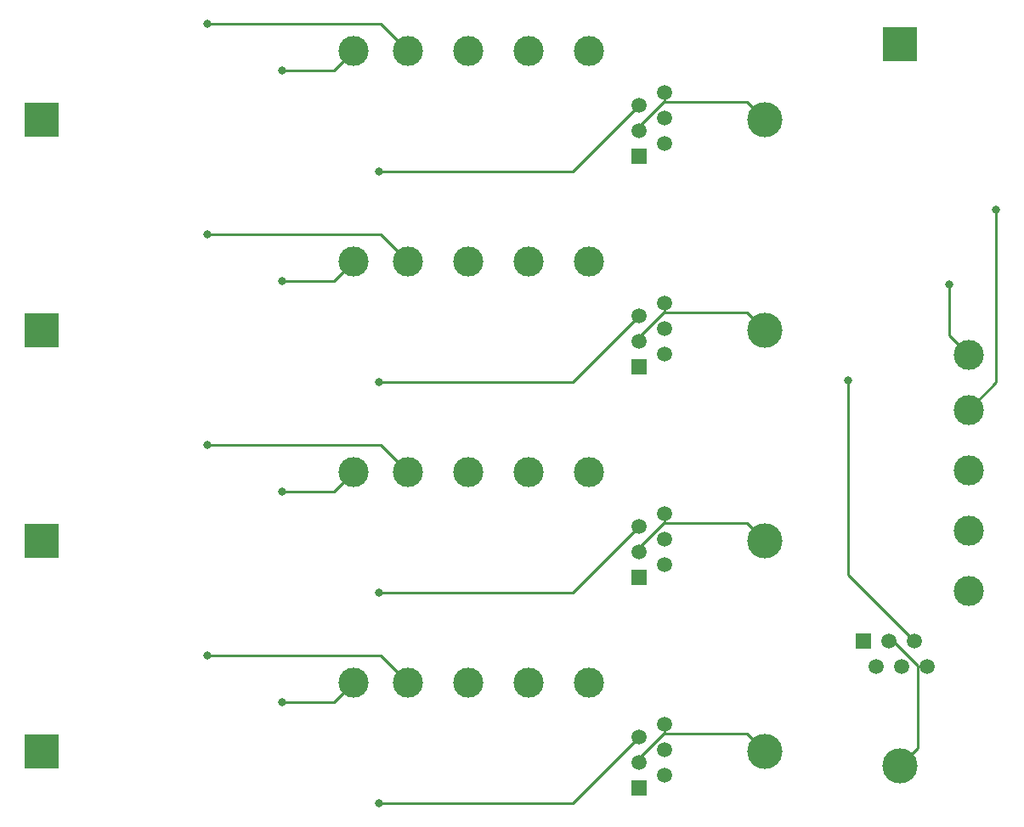
<source format=gbr>
%TF.GenerationSoftware,KiCad,Pcbnew,(5.1.9)-1*%
%TF.CreationDate,2021-04-05T17:54:04+02:00*%
%TF.ProjectId,IM350_AM550_multi,494d3335-305f-4414-9d35-35305f6d756c,rev?*%
%TF.SameCoordinates,Original*%
%TF.FileFunction,Copper,L2,Bot*%
%TF.FilePolarity,Positive*%
%FSLAX46Y46*%
G04 Gerber Fmt 4.6, Leading zero omitted, Abs format (unit mm)*
G04 Created by KiCad (PCBNEW (5.1.9)-1) date 2021-04-05 17:54:04*
%MOMM*%
%LPD*%
G01*
G04 APERTURE LIST*
%TA.AperFunction,ComponentPad*%
%ADD10R,1.520000X1.520000*%
%TD*%
%TA.AperFunction,ComponentPad*%
%ADD11C,1.520000*%
%TD*%
%TA.AperFunction,ComponentPad*%
%ADD12C,3.000000*%
%TD*%
%TA.AperFunction,ComponentPad*%
%ADD13R,3.500000X3.500000*%
%TD*%
%TA.AperFunction,ComponentPad*%
%ADD14C,3.500000*%
%TD*%
%TA.AperFunction,ViaPad*%
%ADD15C,0.800000*%
%TD*%
%TA.AperFunction,Conductor*%
%ADD16C,0.250000*%
%TD*%
G04 APERTURE END LIST*
D10*
%TO.P,J7,1*%
%TO.N,Net-(J7-Pad1)*%
X124800000Y-92500000D03*
D11*
%TO.P,J7,2*%
%TO.N,Net-(J7-Pad2)*%
X126070000Y-95040000D03*
%TO.P,J7,3*%
%TO.N,GND*%
X127340000Y-92500000D03*
%TO.P,J7,4*%
%TO.N,Net-(J7-Pad4)*%
X128610000Y-95040000D03*
%TO.P,J7,5*%
%TO.N,Net-(J7-Pad5)*%
X129880000Y-92500000D03*
%TO.P,J7,6*%
%TO.N,GND*%
X131150000Y-95040000D03*
%TD*%
%TO.P,J7,6*%
%TO.N,GND*%
X105040000Y-100850000D03*
%TO.P,J7,5*%
%TO.N,Net-(J7-Pad5)*%
X102500000Y-102120000D03*
%TO.P,J7,4*%
%TO.N,Net-(J7-Pad4)*%
X105040000Y-103390000D03*
%TO.P,J7,3*%
%TO.N,GND*%
X102500000Y-104660000D03*
%TO.P,J7,2*%
%TO.N,Net-(J7-Pad2)*%
X105040000Y-105930000D03*
D10*
%TO.P,J7,1*%
%TO.N,Net-(J7-Pad1)*%
X102500000Y-107200000D03*
%TD*%
%TO.P,J7,1*%
%TO.N,Net-(J7-Pad1)*%
X102500000Y-86200000D03*
D11*
%TO.P,J7,2*%
%TO.N,Net-(J7-Pad2)*%
X105040000Y-84930000D03*
%TO.P,J7,3*%
%TO.N,GND*%
X102500000Y-83660000D03*
%TO.P,J7,4*%
%TO.N,Net-(J7-Pad4)*%
X105040000Y-82390000D03*
%TO.P,J7,5*%
%TO.N,Net-(J7-Pad5)*%
X102500000Y-81120000D03*
%TO.P,J7,6*%
%TO.N,GND*%
X105040000Y-79850000D03*
%TD*%
%TO.P,J7,6*%
%TO.N,GND*%
X105040000Y-58850000D03*
%TO.P,J7,5*%
%TO.N,Net-(J7-Pad5)*%
X102500000Y-60120000D03*
%TO.P,J7,4*%
%TO.N,Net-(J7-Pad4)*%
X105040000Y-61390000D03*
%TO.P,J7,3*%
%TO.N,GND*%
X102500000Y-62660000D03*
%TO.P,J7,2*%
%TO.N,Net-(J7-Pad2)*%
X105040000Y-63930000D03*
D10*
%TO.P,J7,1*%
%TO.N,Net-(J7-Pad1)*%
X102500000Y-65200000D03*
%TD*%
%TO.P,J7,1*%
%TO.N,Net-(J7-Pad1)*%
X102500000Y-44200000D03*
D11*
%TO.P,J7,2*%
%TO.N,Net-(J7-Pad2)*%
X105040000Y-42930000D03*
%TO.P,J7,3*%
%TO.N,GND*%
X102500000Y-41660000D03*
%TO.P,J7,4*%
%TO.N,Net-(J7-Pad4)*%
X105040000Y-40390000D03*
%TO.P,J7,5*%
%TO.N,Net-(J7-Pad5)*%
X102500000Y-39120000D03*
%TO.P,J7,6*%
%TO.N,GND*%
X105040000Y-37850000D03*
%TD*%
D12*
%TO.P,J1,1*%
%TO.N,+3V3*%
X135300000Y-87500000D03*
%TD*%
%TO.P,J4,1*%
%TO.N,Net-(J4-Pad1)*%
X135300000Y-75500000D03*
%TD*%
%TO.P,J2,1*%
%TO.N,Net-(J2-Pad1)*%
X135300000Y-64000000D03*
%TD*%
%TO.P,J6,1*%
%TO.N,GND*%
X135300000Y-81500000D03*
%TD*%
%TO.P,J3,1*%
%TO.N,/GPIO3*%
X135300000Y-69500000D03*
%TD*%
D13*
%TO.P,BT1,1*%
%TO.N,+3V8*%
X128445000Y-33000000D03*
D14*
%TO.P,BT1,2*%
%TO.N,GND*%
X128445000Y-105000000D03*
%TD*%
D12*
%TO.P,J4,1*%
%TO.N,Net-(J4-Pad1)*%
X85500000Y-96700000D03*
%TD*%
%TO.P,J3,1*%
%TO.N,/GPIO3*%
X79500000Y-96700000D03*
%TD*%
%TO.P,J2,1*%
%TO.N,Net-(J2-Pad1)*%
X74000000Y-96700000D03*
%TD*%
%TO.P,J1,1*%
%TO.N,+3V3*%
X97500000Y-96700000D03*
%TD*%
%TO.P,J6,1*%
%TO.N,GND*%
X91500000Y-96700000D03*
%TD*%
D14*
%TO.P,BT1,2*%
%TO.N,GND*%
X115000000Y-103555000D03*
D13*
%TO.P,BT1,1*%
%TO.N,+3V8*%
X43000000Y-103555000D03*
%TD*%
D12*
%TO.P,J4,1*%
%TO.N,Net-(J4-Pad1)*%
X85500000Y-75700000D03*
%TD*%
%TO.P,J3,1*%
%TO.N,/GPIO3*%
X79500000Y-75700000D03*
%TD*%
%TO.P,J2,1*%
%TO.N,Net-(J2-Pad1)*%
X74000000Y-75700000D03*
%TD*%
%TO.P,J1,1*%
%TO.N,+3V3*%
X97500000Y-75700000D03*
%TD*%
D13*
%TO.P,BT1,1*%
%TO.N,+3V8*%
X43000000Y-82555000D03*
D14*
%TO.P,BT1,2*%
%TO.N,GND*%
X115000000Y-82555000D03*
%TD*%
D12*
%TO.P,J6,1*%
%TO.N,GND*%
X91500000Y-75700000D03*
%TD*%
%TO.P,J6,1*%
%TO.N,GND*%
X91500000Y-54700000D03*
%TD*%
%TO.P,J4,1*%
%TO.N,Net-(J4-Pad1)*%
X85500000Y-54700000D03*
%TD*%
%TO.P,J3,1*%
%TO.N,/GPIO3*%
X79500000Y-54700000D03*
%TD*%
%TO.P,J2,1*%
%TO.N,Net-(J2-Pad1)*%
X74000000Y-54700000D03*
%TD*%
%TO.P,J1,1*%
%TO.N,+3V3*%
X97500000Y-54700000D03*
%TD*%
D14*
%TO.P,BT1,2*%
%TO.N,GND*%
X115000000Y-61555000D03*
D13*
%TO.P,BT1,1*%
%TO.N,+3V8*%
X43000000Y-61555000D03*
%TD*%
%TO.P,BT1,1*%
%TO.N,+3V8*%
X43000000Y-40555000D03*
D14*
%TO.P,BT1,2*%
%TO.N,GND*%
X115000000Y-40555000D03*
%TD*%
D12*
%TO.P,J1,1*%
%TO.N,+3V3*%
X97500000Y-33700000D03*
%TD*%
%TO.P,J2,1*%
%TO.N,Net-(J2-Pad1)*%
X74000000Y-33700000D03*
%TD*%
%TO.P,J3,1*%
%TO.N,/GPIO3*%
X79500000Y-33700000D03*
%TD*%
%TO.P,J4,1*%
%TO.N,Net-(J4-Pad1)*%
X85500000Y-33700000D03*
%TD*%
%TO.P,J6,1*%
%TO.N,GND*%
X91500000Y-33700000D03*
%TD*%
D15*
%TO.N,Net-(J2-Pad1)*%
X66932000Y-35633300D03*
X66932000Y-56633300D03*
X66932000Y-77633300D03*
X66932000Y-98633300D03*
X133366700Y-56932000D03*
%TO.N,/GPIO3*%
X59506900Y-30938500D03*
X59506900Y-51938500D03*
X59506900Y-72938500D03*
X59506900Y-93938500D03*
X138061500Y-49506900D03*
%TO.N,Net-(J7-Pad5)*%
X76570400Y-45700000D03*
X76570400Y-66700000D03*
X76570400Y-87700000D03*
X76570400Y-108700000D03*
X123300000Y-66570400D03*
%TD*%
D16*
%TO.N,GND*%
X105040000Y-38769500D02*
X113214500Y-38769500D01*
X113214500Y-38769500D02*
X115000000Y-40555000D01*
X102500000Y-41660000D02*
X102500000Y-41224100D01*
X102500000Y-41224100D02*
X104954600Y-38769500D01*
X104954600Y-38769500D02*
X105040000Y-38769500D01*
X105040000Y-38769500D02*
X105040000Y-37850000D01*
X113214500Y-59769500D02*
X115000000Y-61555000D01*
X102500000Y-62224100D02*
X104954600Y-59769500D01*
X104954600Y-59769500D02*
X105040000Y-59769500D01*
X105040000Y-59769500D02*
X105040000Y-58850000D01*
X105040000Y-59769500D02*
X113214500Y-59769500D01*
X102500000Y-62660000D02*
X102500000Y-62224100D01*
X102500000Y-83224100D02*
X104954600Y-80769500D01*
X113214500Y-80769500D02*
X115000000Y-82555000D01*
X105040000Y-80769500D02*
X105040000Y-79850000D01*
X105040000Y-80769500D02*
X113214500Y-80769500D01*
X104954600Y-80769500D02*
X105040000Y-80769500D01*
X102500000Y-83660000D02*
X102500000Y-83224100D01*
X104954600Y-101769500D02*
X105040000Y-101769500D01*
X102500000Y-104660000D02*
X102500000Y-104224100D01*
X105040000Y-101769500D02*
X105040000Y-100850000D01*
X105040000Y-101769500D02*
X113214500Y-101769500D01*
X113214500Y-101769500D02*
X115000000Y-103555000D01*
X102500000Y-104224100D02*
X104954600Y-101769500D01*
X130230500Y-95040000D02*
X130230500Y-103214500D01*
X127340000Y-92500000D02*
X127775900Y-92500000D01*
X130230500Y-94954600D02*
X130230500Y-95040000D01*
X130230500Y-95040000D02*
X131150000Y-95040000D01*
X127775900Y-92500000D02*
X130230500Y-94954600D01*
X130230500Y-103214500D02*
X128445000Y-105000000D01*
%TO.N,Net-(J2-Pad1)*%
X66932000Y-35633300D02*
X72066700Y-35633300D01*
X72066700Y-35633300D02*
X74000000Y-33700000D01*
X66932000Y-56633300D02*
X72066700Y-56633300D01*
X72066700Y-56633300D02*
X74000000Y-54700000D01*
X72066700Y-77633300D02*
X74000000Y-75700000D01*
X66932000Y-77633300D02*
X72066700Y-77633300D01*
X72066700Y-98633300D02*
X74000000Y-96700000D01*
X66932000Y-98633300D02*
X72066700Y-98633300D01*
X133366700Y-62066700D02*
X135300000Y-64000000D01*
X133366700Y-56932000D02*
X133366700Y-62066700D01*
%TO.N,/GPIO3*%
X79500000Y-33700000D02*
X76738500Y-30938500D01*
X76738500Y-30938500D02*
X59506900Y-30938500D01*
X76738500Y-51938500D02*
X59506900Y-51938500D01*
X79500000Y-54700000D02*
X76738500Y-51938500D01*
X76738500Y-72938500D02*
X59506900Y-72938500D01*
X79500000Y-75700000D02*
X76738500Y-72938500D01*
X79500000Y-96700000D02*
X76738500Y-93938500D01*
X76738500Y-93938500D02*
X59506900Y-93938500D01*
X135300000Y-69500000D02*
X138061500Y-66738500D01*
X138061500Y-66738500D02*
X138061500Y-49506900D01*
%TO.N,Net-(J7-Pad5)*%
X102500000Y-39120000D02*
X95920000Y-45700000D01*
X95920000Y-45700000D02*
X76570400Y-45700000D01*
X95920000Y-66700000D02*
X76570400Y-66700000D01*
X102500000Y-60120000D02*
X95920000Y-66700000D01*
X102500000Y-81120000D02*
X95920000Y-87700000D01*
X95920000Y-87700000D02*
X76570400Y-87700000D01*
X102500000Y-102120000D02*
X95920000Y-108700000D01*
X95920000Y-108700000D02*
X76570400Y-108700000D01*
X123300000Y-85920000D02*
X123300000Y-66570400D01*
X129880000Y-92500000D02*
X123300000Y-85920000D01*
%TD*%
M02*

</source>
